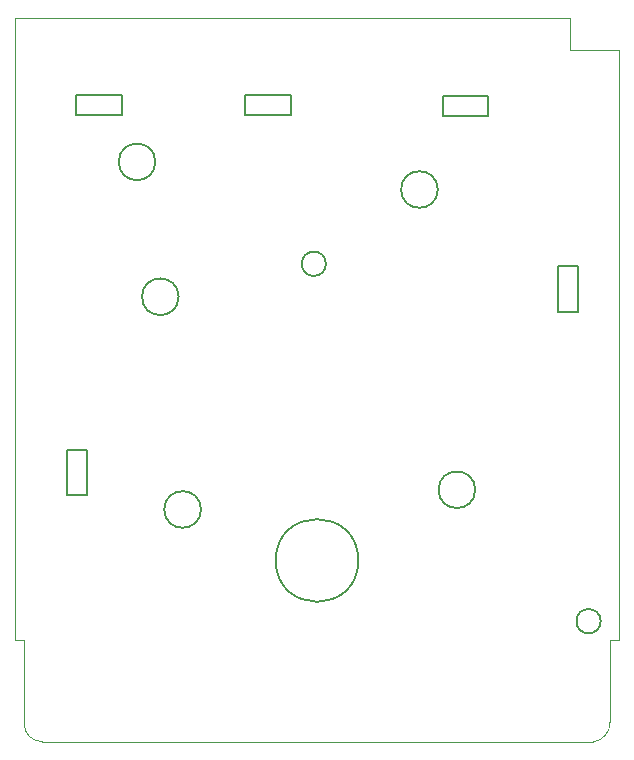
<source format=gm1>
G04 #@! TF.GenerationSoftware,KiCad,Pcbnew,(6.0.9)*
G04 #@! TF.CreationDate,2023-01-08T00:32:06-05:00*
G04 #@! TF.ProjectId,DMG-DECN-02,444d472d-4445-4434-9e2d-30322e6b6963,rev?*
G04 #@! TF.SameCoordinates,Original*
G04 #@! TF.FileFunction,Profile,NP*
%FSLAX46Y46*%
G04 Gerber Fmt 4.6, Leading zero omitted, Abs format (unit mm)*
G04 Created by KiCad (PCBNEW (6.0.9)) date 2023-01-08 00:32:06*
%MOMM*%
%LPD*%
G01*
G04 APERTURE LIST*
G04 #@! TA.AperFunction,Profile*
%ADD10C,0.025400*%
G04 #@! TD*
G04 #@! TA.AperFunction,Profile*
%ADD11C,0.200000*%
G04 #@! TD*
G04 APERTURE END LIST*
D10*
X123950850Y-67274983D02*
X123950850Y-119974983D01*
X170950850Y-67274983D02*
X123950850Y-67274983D01*
X123950850Y-119974983D02*
X124700850Y-119974983D01*
D11*
X159719871Y-81820000D02*
G75*
G03*
X159719871Y-81820000I-1549871J0D01*
G01*
D10*
X124700850Y-119974983D02*
X124700850Y-127014983D01*
X175050850Y-119974983D02*
X175050850Y-69974983D01*
D11*
X135809871Y-79480000D02*
G75*
G03*
X135809871Y-79480000I-1549871J0D01*
G01*
X147270000Y-75490000D02*
X143410000Y-75490000D01*
X143410000Y-75490000D02*
X143410000Y-73820000D01*
X143410000Y-73820000D02*
X147270000Y-73820000D01*
X147270000Y-73820000D02*
X147270000Y-75490000D01*
X132970000Y-75470000D02*
X129110000Y-75470000D01*
X129110000Y-75470000D02*
X129110000Y-73800000D01*
X129110000Y-73800000D02*
X132970000Y-73800000D01*
X132970000Y-73800000D02*
X132970000Y-75470000D01*
X163990000Y-75570000D02*
X160130000Y-75570000D01*
X160130000Y-75570000D02*
X160130000Y-73900000D01*
X160130000Y-73900000D02*
X163990000Y-73900000D01*
X163990000Y-73900000D02*
X163990000Y-75570000D01*
X137779871Y-90900000D02*
G75*
G03*
X137779871Y-90900000I-1549871J0D01*
G01*
D10*
X170950850Y-69974983D02*
X170950850Y-67274983D01*
D11*
X153000850Y-113224983D02*
G75*
G03*
X153000850Y-113224983I-3500000J0D01*
G01*
D10*
X124700837Y-127014983D02*
G75*
G03*
X126240850Y-128574983I1525063J-34617D01*
G01*
D11*
X169890000Y-92180000D02*
X171560000Y-92180000D01*
X171560000Y-92180000D02*
X171560000Y-88320000D01*
X171560000Y-88320000D02*
X169890000Y-88320000D01*
X169890000Y-88320000D02*
X169890000Y-92180000D01*
D10*
X174300850Y-119974983D02*
X175050850Y-119974983D01*
D11*
X162889871Y-107240000D02*
G75*
G03*
X162889871Y-107240000I-1549871J0D01*
G01*
D10*
X175050850Y-69974983D02*
X170950850Y-69974983D01*
X172870850Y-128574978D02*
G75*
G03*
X174300850Y-126934983I-150850J1574978D01*
G01*
X126240850Y-128574983D02*
X172870850Y-128574983D01*
D11*
X128350000Y-107720000D02*
X130020000Y-107720000D01*
X130020000Y-107720000D02*
X130020000Y-103860000D01*
X130020000Y-103860000D02*
X128350000Y-103860000D01*
X128350000Y-103860000D02*
X128350000Y-107720000D01*
D10*
X174300850Y-126934983D02*
X174300850Y-119974983D01*
D11*
X139669871Y-108910000D02*
G75*
G03*
X139669871Y-108910000I-1549871J0D01*
G01*
X173515000Y-118365000D02*
G75*
G03*
X173515000Y-118365000I-1025000J0D01*
G01*
X150255000Y-88110000D02*
G75*
G03*
X150255000Y-88110000I-1025000J0D01*
G01*
M02*

</source>
